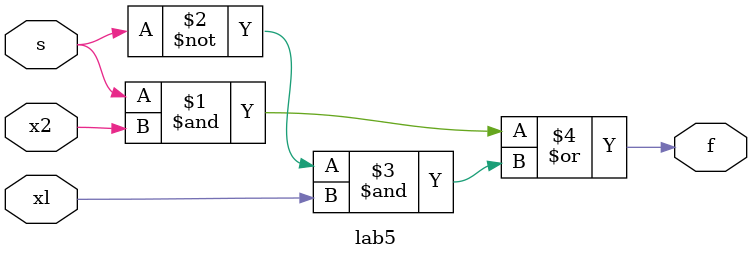
<source format=v>
module lab5 (

	input xl,
	input x2,
	input s,
	output f

);

	assign f = (s & x2) | ((~s) & xl);

endmodule
</source>
